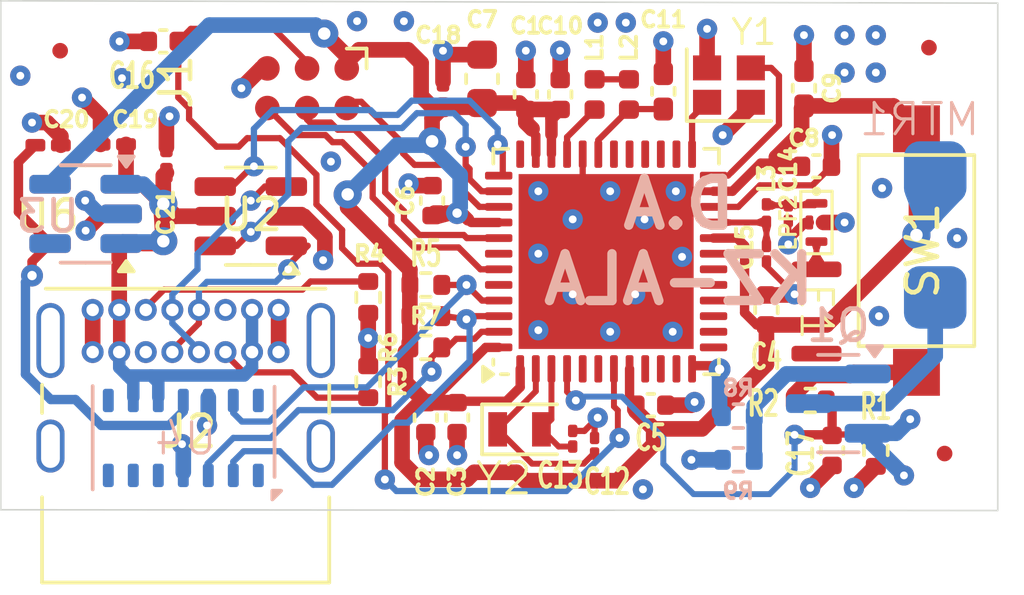
<source format=kicad_pcb>
(kicad_pcb (version 20240108) (generator "pcbnew") (generator_version "8.0")
  (layers (0 "F.Cu" signal) (1 "In1.Cu" signal) (2 "In2.Cu" signal) (31 "B.Cu" signal) (34 "B.Paste" user) (35 "F.Paste" user) (36 "B.SilkS" user "B.Silkscreen") (37 "F.SilkS" user "F.Silkscreen") (38 "B.Mask" user) (39 "F.Mask" user) (44 "Edge.Cuts" user))
  (net 0 "")
  (net 1 "GND")
  (net 2 "Net-(LPF2-IN)")
  (net 3 "Net-(LPF2-OUT)")
  (net 4 "Net-(U1-PB5)")
  (net 5 "+3V3")
  (net 6 "Net-(U1-VFBSMPS)")
  (net 7 "Net-(U1-PC14)")
  (net 8 "Net-(U1-PC15)")
  (net 9 "Net-(U1-PB6)")
  (net 10 "Net-(U1-RF1)")
  (net 11 "/SWD_NRST")
  (net 12 "Net-(U1-PH3)")
  (net 13 "/VBUS")
  (net 14 "+1V8")
  (net 16 "Net-(J2-D--PadA7)")
  (net 18 "Net-(J2-CC1)")
  (net 19 "Net-(J2-CC2)")
  (net 20 "Net-(J2-D+-PadA6)")
  (net 21 "Net-(U1-VLXSMPS)")
  (net 22 "Net-(L1-Pad1)")
  (net 23 "Net-(R2-Pad1)")
  (net 26 "Net-(U1-PB7)")
  (net 27 "/SW_O")
  (net 28 "Net-(U1-OSC_OUT)")
  (net 31 "Net-(U1-OSC_IN)")
  (net 41 "Net-(U1-PA12)")
  (net 43 "Net-(U1-PA11)")
  (net 58 "/SWD_IO")
  (net 59 "/SWD_CLK")
  (net 60 "Net-(MTR1-GND)")
  (net 61 "Net-(Q1-G)")
  (net 62 "Net-(U1-PA3)")
  (footprint "Inductor_SMD:L_01005_0402Metric" (layer "F.Cu") (at 52.1 28.25 -90)
    (property "Reference" "L3")
    (property "Value" "2n7" (hide yes))
  )
  (footprint "Inductor_SMD:L_0402_1005Metric" (layer "F.Cu") (at 46.6 24.45 -90)
    (property "Reference" "L1")
    (property "Value" "10n" (hide yes))
  )
  (footprint "Package_TO_SOT_SMD:SOT-23-5" (layer "F.Cu") (at 30.315013 28.275 180)
    (property "Reference" "U6")
    (property "Value" "TLV70018_SOT23-5" (hide yes))
  )
  (footprint "Capacitor_SMD:C_01005_0402Metric" (layer "F.Cu") (at 46.6 35.7 90)
    (property "Reference" "C12")
    (property "Value" "10p")
  )
  (footprint "Capacitor_SMD:C_0402_1005Metric" (layer "F.Cu") (at 41.2 34.8 -90)
    (property "Reference" "C2")
    (property "Value" "100nF" (hide yes))
  )
  (footprint "Capacitor_SMD:C_0402_1005Metric" (layer "F.Cu") (at 44.4 24.45 90)
    (property "Reference" "C1")
    (property "Value" "100nF" (hide yes))
  )
  (footprint "Resistor_SMD:R_0402_1005Metric" (layer "F.Cu") (at 39.357046 30.95 -90)
    (property "Reference" "R4")
    (property "Value" "5k1" (hide yes))
  )
  (footprint "Fiducial:Fiducial_0.5mm_Mask1.5mm" (layer "F.Cu") (at 29.5 23.05)
    (property "Reference" "FM1" (hide yes))
    (property "Value" "Fiducial")
  )
  (footprint "low_pass_filter:low-pass_filter-footprint" (layer "F.Cu") (at 53.7 28.55 -90)
    (property "Reference" "LPF2")
    (property "Value" "~")
  )
  (footprint "Button_Switch_SMD:SW_SPST_CK_RS282G05A3" (layer "F.Cu") (at 56.9 29.45 -90)
    (property "Reference" "SW1")
    (property "Value" "SW_Push")
  )
  (footprint "Capacitor_SMD:C_0402_1005Metric" (layer "F.Cu") (at 42.2 34.8 -90)
    (property "Reference" "C3")
    (property "Value" "100nF" (hide yes))
  )
  (footprint "Resistor_SMD:R_0402_1005Metric" (layer "F.Cu") (at 41.2 30.55 180)
    (property "Reference" "R5")
    (property "Value" "1k" (hide yes))
  )
  (footprint "Capacitor_SMD:C_0402_1005Metric" (layer "F.Cu") (at 53.7 26.75)
    (property "Reference" "C8")
    (property "Value" "100nF" (hide yes))
  )
  (footprint "Capacitor_SMD:C_0402_1005Metric" (layer "F.Cu") (at 41.4 27.85 90)
    (property "Reference" "C6")
    (property "Value" "100nF" (hide yes))
  )
  (footprint "Capacitor_SMD:C_0402_1005Metric" (layer "F.Cu") (at 54.2 35.85 -90)
    (property "Reference" "C17")
    (property "Value" "100nF" (hide yes))
  )
  (footprint "Resistor_SMD:R_0402_1005Metric" (layer "F.Cu") (at 39.357046 33.65 90)
    (property "Reference" "R3")
    (property "Value" "5k1" (hide yes))
  )
  (footprint "Capacitor_SMD:C_0402_1005Metric" (layer "F.Cu") (at 32.8 22.75 180)
    (property "Reference" "C16")
    (property "Value" "100nF" (hide yes))
  )
  (footprint "Capacitor_SMD:C_0603_1608Metric" (layer "F.Cu") (at 43 23.95 90)
    (property "Reference" "C7")
    (property "Value" "4u7" (hide yes))
  )
  (footprint "Capacitor_SMD:C_01005_0402Metric" (layer "F.Cu") (at 52.1 29.55 -90)
    (property "Reference" "C15")
    (property "Value" "0p3" (hide yes))
  )
  (footprint "Fiducial:Fiducial_0.5mm_Mask1.5mm" (layer "F.Cu") (at 57.3 22.95)
    (property "Reference" "FM2" (hide yes))
    (property "Value" "Fiducial")
  )
  (footprint "Capacitor_SMD:C_0402_1005Metric_Pad0.74x0.62mm_HandSolder" (layer "F.Cu") (at 48.8 24.35 90)
    (property "Reference" "C11")
    (property "Value" "4u7" (hide yes))
  )
  (footprint "Resistor_SMD:R_0402_1005Metric" (layer "F.Cu") (at 53.5 34.25)
    (property "Reference" "R2")
    (property "Value" "100" (hide yes))
  )
  (footprint "Inductor_SMD:L_0402_1005Metric" (layer "F.Cu") (at 47.7 24.45 90)
    (property "Reference" "L2")
    (property "Value" "10u" (hide yes))
  )
  (footprint "Capacitor_SMD:C_01005_0402Metric" (layer "F.Cu") (at 45.9 35.475 90)
    (property "Reference" "C13")
    (property "Value" "10p")
  )
  (footprint "low_pass_filter:32M_Crystal" (layer "F.Cu") (at 50.9 24.15)
    (property "Reference" "Y1")
    (property "Value" "Crystal_GND24")
  )
  (footprint "Capacitor_SMD:C_0402_1005Metric" (layer "F.Cu") (at 45.5 24.45 90)
    (property "Reference" "C10")
    (property "Value" "100nF" (hide yes))
  )
  (footprint "Capacitor_SMD:C_0402_1005Metric_Pad0.74x0.62mm_HandSolder" (layer "F.Cu") (at 53.3 24.25 90)
    (property "Reference" "C9")
    (property "Value" "4u7" (hide yes))
  )
  (footprint "Capacitor_SMD:C_01005_0402Metric" (layer "F.Cu") (at 52.8 28.25 -90)
    (property "Reference" "C14")
    (property "Value" "0p8" (hide yes))
  )
  (footprint "Capacitor_SMD:C_0201_0603Metric_Pad0.64x0.40mm_HandSolder" (layer "F.Cu") (at 29.115013 26.075)
    (property "Reference" "C20")
    (property "Value" "1u" (hide yes))
  )
  (footprint "low_pass_filter:32k_Crystal" (layer "F.Cu") (at 44.2 35.175)
    (property "Reference" "Y2")
    (property "Value" "Crystal")
  )
  (footprint "Capacitor_SMD:C_0201_0603Metric_Pad0.64x0.40mm_HandSolder" (layer "F.Cu") (at 31.2 26.05 180)
    (property "Reference" "C19")
    (property "Value" "4u7" (hide yes))
  )
  (footprint "Connector:Tag-Connect_TC2030-IDC-NL_2x03_P1.27mm_Vertical" (layer "F.Cu") (at 37.4 24.25 180)
    (property "Reference" "J1")
    (property "Value" "Conn_ARM_SWD_TagConnect_TC2030-NL")
  )
  (footprint "Connector_USB:USB_C_Receptacle_GCT_USB4085" (layer "F.Cu") (at 30.540013 31.35)
    (property "Reference" "J2")
    (property "Value" "USB_C_Receptacle_USB2.0_16P" (hide yes))
  )
  (footprint "Fiducial:Fiducial_0.5mm_Mask1.5mm" (layer "F.Cu") (at 57.8 35.95)
    (property "Reference" "FM3" (hide yes))
    (property "Value" "Fiducial")
  )
  (footprint "Capacitor_SMD:C_0402_1005Metric" (layer "F.Cu") (at 52.1 31.35 90)
    (property "Reference" "C4")
    (property "Value" "100nF" (hide yes))
  )
  (footprint "low_pass_filter:antennaa" (layer "F.Cu") (at 53.7 31.4 -90)
    (property "Reference" "E1")
    (property "Value" "2450AT18A0100001E")
  )
  (footprint "Resistor_SMD:R_0402_1005Metric" (layer "F.Cu") (at 55.6 35.85 -90)
    (property "Reference" "R1")
    (property "Value" "5k1" (hide yes))
  )
  (footprint "Resistor_SMD:R_0402_1005Metric" (layer "F.Cu") (at 41.2 31.55 180)
    (property "Reference" "R7")
    (property "Value" "1k" (hide yes))
  )
  (footprint "Capacitor_SMD:C_0402_1005Metric" (layer "F.Cu") (at 48.4 34.4)
    (property "Reference" "C5")
    (property "Value" "100nF" (hide yes))
  )
  (footprint "Capacitor_SMD:C_0201_0603Metric_Pad0.64x0.40mm_HandSolder" (layer "F.Cu") (at 32.9 26.55 90)
    (property "Reference" "C21")
    (property "Value" "1u" (hide yes))
  )
  (footprint "Capacitor_SMD:C_0201_0603Metric_Pad0.64x0.40mm_HandSolder" (layer "F.Cu") (at 41.75 24.45 90)
    (property "Reference" "C18")
    (property "Value" "4u7" (hide yes))
  )
  (footprint "low_pass_filter:stm32wb55" (layer "F.Cu") (at 47.1 29.7 90)
    (property "Reference" "U1" (hide yes))
    (property "Value" "STM32WB55CEUx")
  )
  (footprint "Resistor_SMD:R_0402_1005Metric" (layer "F.Cu") (at 41.2 32.55 180)
    (property "Reference" "R6")
    (property "Value" "1k" (hide yes))
  )
  (footprint "Package_TO_SOT_SMD:SOT-23-6" (layer "F.Cu") (at 35.6 28.35 180)
    (property "Reference" "U2")
    (property "Value" "USBLC6-2SC6" (hide yes))
  )
  (footprint "Resistor_SMD:R_0402_1005Metric" (layer "B.Cu") (at 51.2 34.75)
    (property "Reference" "R8")
    (property "Value" "220")
  )
  (footprint "Resistor_SMD:R_0402_1005Metric" (layer "B.Cu") (at 51.2 36.15)
    (property "Reference" "R9")
    (property "Value" "10k")
  )
  (footprint "low_pass_filter:motor pad" (layer "B.Cu") (at 57.5 28.95 -90)
    (property "Reference" "MTR1")
    (property "Value" "~")
  )
  (footprint "Package_TO_SOT_SMD:SOT-23-5" (layer "B.Cu") (at 30.315013 28.275 180)
    (property "Reference" "U3")
    (property "Value" "MIC5365-3.3YD5" (hide yes))
  )
  (footprint "low_pass_filter:heart_rate_sensor" (layer "B.Cu") (at 33.4 35.55 90)
    (property "Reference" "U4")
    (property "Value" "MAX30102")
  )
  (footprint "Package_TO_SOT_SMD:SOT-23" (layer "B.Cu") (at 54.4 34.35 180)
    (property "Reference" "Q1")
    (property "Value" "AO3400A")
  )
  (gr_line (start 27.6 37.75) (end 27.6 21.45) (stroke (width 0.05)) (layer "Edge.Cuts"))
  (gr_line (start 27.6 21.45) (end 59.5 21.525) (stroke (width 0.05)) (layer "Edge.Cuts"))
  (gr_line (start 59.5 37.775) (end 27.6 37.75) (stroke (width 0.05)) (layer "Edge.Cuts"))
  (gr_line (start 59.5 21.525) (end 59.5 37.775) (stroke (width 0.05)) (layer "Edge.Cuts"))
  (gr_text "D.A\nKZ-ALA" (at 49.3 31.25 0) (layer "B.SilkS") (effects (font (size 1.5 1.5) (thickness 0.3) (bold yes)) (justify bottom mirror)))
  (segment (start 54.2 36.35) (end 53.5 37.05) (width 0.5) (layer "F.Cu") (net 1))
  (segment (start 51.6 24.7) (end 51.6 24.85) (width 0.5) (layer "F.Cu") (net 1))
  (segment (start 32.9 25.25) (end 33 25.15) (width 0.5) (layer "F.Cu") (net 1))
  (segment (start 54.18 25.77) (end 54.2 25.75) (width 0.5) (layer "F.Cu") (net 1))
  (segment (start 29.522513 25.791912) (end 29.522513 26.075) (width 0.5) (layer "F.Cu") (net 1))
  (segment (start 52.98 30.87) (end 53 30.85) (width 0.5) (layer "F.Cu") (net 1))
  (segment (start 52.1 29.8) (end 52.1 29.95) (width 0.19) (layer "F.Cu") (net 1))
  (segment (start 30.7925 25.1425) (end 30.7925 26.05) (width 0.5) (layer "F.Cu") (net 1))
  (segment (start 37.884317 29.727384) (end 37.971145 29.640556) (width 0.5) (layer "F.Cu") (net 1))
  (segment (start 30.315012 28.812374) (end 30.852386 28.275) (width 0.5) (layer "F.Cu") (net 1))
  (segment (start 41.75 24.0425) (end 41.75 23.05) (width 0.5) (layer "F.Cu") (net 1))
  (segment (start 45.5 23.97) (end 45.5 23.05) (width 0.5) (layer "F.Cu") (net 1))
  (segment (start 39.357046 32.25) (end 39.357046 31.703632) (width 0.5) (layer "F.Cu") (net 1))
  (segment (start 46.22 26.3625) (end 46.22 29.05) (width 0.2) (layer "F.Cu") (net 1))
  (segment (start 37.302684 28.35) (end 36.7375 28.35) (width 0.5) (layer "F.Cu") (net 1))
  (segment (start 46.6 35.45) (end 46.6 34.9) (width 0.2) (layer "F.Cu") (net 1))
  (segment (start 43 23.175) (end 41.875 23.175) (width 0.5) (layer "F.Cu") (net 1))
  (segment (start 32.9 26.1425) (end 32.9 25.25) (width 0.5) (layer "F.Cu") (net 1))
  (segment (start 37.913612 29.756679) (end 37.884317 29.727384) (width 0.5) (layer "F.Cu") (net 1))
  (segment (start 54.2 36.33) (end 54.2 36.35) (width 0.5) (layer "F.Cu") (net 1))
  (segment (start 54.18 26.75) (end 54.18 25.77) (width 0.5) (layer "F.Cu") (net 1))
  (segment (start 36.490013 32.7) (end 36.490013 31.35) (width 0.5) (layer "F.Cu") (net 1))
  (segment (start 30.852386 28.275) (end 31.452513 28.275) (width 0.5) (layer "F.Cu") (net 1))
  (segment (start 52.8 29.100001) (end 52.8 29.25) (width 0.3) (layer "F.Cu") (net 1))
  (segment (start 55.6 36.36) (end 55.59 36.36) (width 0.5) (layer "F.Cu") (net 1))
  (segment (start 39.357046 32.25) (end 39.357046 33.14) (width 0.5) (layer "F.Cu") (net 1))
  (segment (start 53.350001 28.55) (end 52.8 29.100001) (width 0.3) (layer "F.Cu") (net 1))
  (segment (start 41.2 35.28) (end 41.2 35.9) (width 0.5) (layer "F.Cu") (net 1))
  (segment (start 52.1 29.95) (end 53 30.85) (width 0.19) (layer "F.Cu") (net 1))
  (segment (start 53.57 27.36) (end 54.18 26.75) (width 0.2) (layer "F.Cu") (net 1))
  (segment (start 45.9 35.225) (end 46.275 35.225) (width 0.2) (layer "F.Cu") (net 1))
  (segment (start 46.275 35.225) (end 46.7 34.8) (width 0.2) (layer "F.Cu") (net 1))
  (segment (start 53.4725 28.55) (end 53.350001 28.55) (width 0.3) (layer "F.Cu") (net 1))
  (segment (start 41.875 23.175) (end 41.75 23.05) (width 0.5) (layer "F.Cu") (net 1))
  (segment (start 44.4 23.97) (end 44.4 23.05) (width 0.5) (layer "F.Cu") (net 1))
  (segment (start 37.971145 29.640556) (end 37.971145 29.018461) (width 0.5) (layer "F.Cu") (net 1))
  (segment (start 50.2 23.6) (end 50.2 22.35) (width 0.5) (layer "F.Cu") (net 1))
  (segment (start 35.935 23.615) (end 35.3 24.25) (width 0.5) (layer "F.Cu") (net 1))
  (segment (start 30.2 24.55) (end 30.7925 25.1425) (width 0.5) (layer "F.Cu") (net 1))
  (segment (start 40.72 27.37) (end 41.4 27.37) (width 0.5) (layer "F.Cu") (net 1))
  (segment (start 50.4075 28.05) (end 51.2 28.05) (width 0.2) (layer "F.Cu") (net 1))
  (segment (start 48.88 34.4) (end 49.7 34.4) (width 0.5) (layer "F.Cu") (net 1))
  (segment (start 46.6 34.9) (end 46.7 34.8) (width 0.2) (layer "F.Cu") (net 1))
  (segment (start 53.3 23.6825) (end 53.3 22.55) (width 0.5) (layer "F.Cu") (net 1))
  (segment (start 28.6 25.35) (end 29.080601 25.35) (width 0.5) (layer "F.Cu") (net 1))
  (segment (start 51.6 24.85) (end 50.7 25.75) (width 0.5) (layer "F.Cu") (net 1))
  (segment (start 53.9275 28.55) (end 54.6 28.55) (width 0.5) (layer "F.Cu") (net 1))
  (segment (start 49.7 34.4) (end 49.8 34.3) (width 0.5) (layer "F.Cu") (net 1))
  (segment (start 48.8 23.7825) (end 48.8 22.75) (width 0.5) (layer "F.Cu") (net 1))
  (segment (start 55.59 36.36) (end 54.9 37.05) (width 0.5) (layer "F.Cu") (net 1))
  (segment (start 51.2 28.05) (end 51.89 27.36) (width 0.2) (layer "F.Cu") (net 1))
  (segment (start 40.65 27.3) (end 40.72 27.37) (width 0.5) (layer "F.Cu") (net 1))
  (segment (start 30.540013 32.7) (end 30.540013 31.35) (width 0.5) (layer "F.Cu") (net 1))
  (segment (start 52.1 30.87) (end 52.98 30.87) (width 0.5) (layer "F.Cu") (net 1))
  (segment (start 41.2 35.9) (end 41.3 36) (width 0.5) (layer "F.Cu") (net 1))
  (segment (start 52.8 28.5) (end 52.8 29.25) (width 0.2) (layer "F.Cu") (net 1))
  (segment (start 46.22 29.05) (end 46.97 29.8) (width 0.2) (layer "F.Cu") (net 1))
  (segment (start 36.13 23.615) (end 35.935 23.615) (width 0.5) (layer "F.Cu") (net 1))
  (segment (start 51.89 27.36) (end 53.57 27.36) (width 0.2) (layer "F.Cu") (net 1))
  (segment (start 48.72 28.05) (end 46.97 29.8) (width 0.19) (layer "F.Cu") (net 1))
  (segment (start 42.2 35.28) (end 42.2 36) (width 0.5) (layer "F.Cu") (net 1))
  (segment (start 32.32 22.75) (end 31.4 22.75) (width 0.5) (layer "F.Cu") (net 1))
  (segment (start 37.971145 29.018461) (end 37.302684 28.35) (width 0.5) (layer "F.Cu") (net 1))
  (segment (start 29.080601 25.35) (end 29.522513 25.791912) (width 0.5) (layer "F.Cu") (net 1))
  (via (at 54.2 25.75) (size 0.65) (drill 0.25) (layers "F.Cu" "B.Cu") (net 1))
  (via (at 29.115013 32.425) (size 0.65) (drill 0.25) (layers "F.Cu" "B.Cu") (net 1))
  (via (at 49.4 29.65) (size 0.65) (drill 0.25) (layers "F.Cu" "B.Cu") (net 1))
  (via (at 47.6 22.15) (size 0.65) (drill 0.25) (layers "F.Cu" "B.Cu") (net 1))
  (via (at 39.357046 32.25) (size 0.65) (drill 0.25) (layers "F.Cu" "B.Cu") (net 1))
  (via (at 48.148008 37.098008) (size 0.65) (drill 0.25) (layers "F.Cu" "B.Cu") (net 1))
  (via (at 33 25.15) (size 0.65) (drill 0.25) (layers "F.Cu" "B.Cu") (net 1))
  (via (at 30.2 24.55) (size 0.65) (drill 0.25) (layers "F.Cu" "B.Cu") (net 1))
  (via (at 53 30.85) (size 0.65) (drill 0.25) (layers "F.Cu" "B.Cu") (net 1))
  (via (at 37.913612 29.756679) (size 0.65) (drill 0.25) (layers "F.Cu" "B.Cu") (net 1))
  (via (at 41.75 23.05) (size 0.65) (drill 0.25) (layers "F.Cu" "B.Cu") (net 1))
  (via (at 55.6 22.55) (size 0.65) (drill 0.25) (layers "F.Cu" "B.Cu") (net 1))
  (via (at 54.6 22.55) (size 0.65) (drill 0.25) (layers "F.Cu" "B.Cu") (net 1))
  (via (at 42.2 36) (size 0.65) (drill 0.25) (layers "F.Cu" "B.Cu") (net 1))
  (via (at 54.6 28.55) (size 0.65) (drill 0.25) (layers "F.Cu" "B.Cu") (net 1))
  (via (at 46.7 34.8) (size 0.65) (drill 0.25) (layers "F.Cu" "B.Cu") (net 1))
  (via (at 52.8 29.25) (size 0.65) (drill 0.25) (layers "F.Cu" "B.Cu") (net 1))
  (via (at 48.2 28.45) (size 0.65) (drill 0.25) (layers "F.Cu" "B.Cu") (net 1))
  (via (at 55.7 31.55) (size 0.65) (drill 0.25) (layers "F.Cu" "B.Cu") (net 1))
  (via (at 28.225 23.85) (size 0.65) (drill 0.25) (layers "F.Cu" "B.Cu") (net 1))
  (via (at 49.2 27.55) (size 0.65) (drill 0.25) (layers "F.Cu" "B.Cu") (net 1))
  (via (at 40.65 27.3) (size 0.65) (drill 0.25) (layers "F.Cu" "B.Cu") (net 1))
  (via (at 55.8 27.45) (size 0.65) (drill 0.25) (layers "F.Cu" "B.Cu") (net 1))
  (via (at 53.3 22.55) (size 0.65) (drill 0.25) (layers "F.Cu" "B.Cu") (net 1))
  (via (at 44.8 32) (size 0.65) (drill 0.25) (layers "F.Cu" "B.Cu") (net 1))
  (via (at 44.4 23.05) (size 0.65) (drill 0.25) (layers "F.Cu" "B.Cu") (net 1))
  (via (at 45.9 28.45) (size 0.65) (drill 0.25) (layers "F.Cu" "B.Cu") (net 1))
  (via (at 38.999878 22.101805) (size 0.65) (drill 0.25) (layers "F.Cu" "B.Cu") (net 1))
  (via (at 54.6 23.75) (size 0.65) (drill 0.25) (layers "F.Cu" "B.Cu") (net 1))
  (via (at 50.2 22.35) (size 0.65) (drill 0.25) (layers "F.Cu" "B.Cu") (net 1))
  (via (at 49.1 32.05) (size 0.65) (drill 0.25) (layers "F.Cu" "B.Cu") (net 1))
  (via (at 50.7 25.75) (size 0.65) (drill 0.25) (layers "F.Cu" "B.Cu") (net 1))
  (via (at 44.8 27.55) (size 0.65) (drill 0.25) (layers "F.Cu" "B.Cu") (net 1))
  (via (at 56.7 34.85) (size 0.65) (drill 0.25) (layers "F.Cu" "B.Cu") (net 1))
  (via (at 58.2 29.05) (size 0.65) (drill 0.25) (layers "F.Cu" "B.Cu") (net 1))
  (via (at 53.5 37.05) (size 0.65) (drill 0.25) (layers "F.Cu" "B.Cu") (net 1))
  (via (at 56.5 36.65) (size 0.65) (drill 0.25) (layers "F.Cu" "B.Cu") (net 1))
  (via (at 34.2 35.05) (size 0.65) (drill 0.25) (layers "F.Cu" "B.Cu") (net 1))
  (via (at 49.7 36.15) (size 0.65) (drill 0.25) (layers "F.Cu" "B.Cu") (net 1))
  (via (at 54.9 37.05) (size 0.65) (drill 0.25) (layers "F.Cu" "B.Cu") (net 1))
  (via (at 31.478248 23.928248) (size 0.65) (drill 0.25) (layers "F.Cu" "B.Cu") (net 1))
  (via (at 47.1 27.55) (size 0.65) (drill 0.25) (layers "F.Cu" "B.Cu") (net 1))
  (via (at 46.7 22.15) (size 0.65) (drill 0.25) (layers "F.Cu" "B.Cu") (net 1))
  (via (at 49.8 34.3) (size 0.65) (drill 0.25) (layers "F.Cu" "B.Cu") (net 1))
  (via (at 45.5 23.05) (size 0.65) (drill 0.25) (layers "F.Cu" "B.Cu") (net 1))
  (via (at 47.1 32.05) (size 0.65) (drill 0.25) (layers "F.Cu" "B.Cu") (net 1))
  (via (at 30.315012 28.812374) (size 0.65) (drill 0.25) (layers "F.Cu" "B.Cu") (net 1))
  (via (at 31.4 22.75) (size 0.65) (drill 0.25) (layers "F.Cu" "B.Cu") (net 1))
  (via (at 33.4 35.65) (size 0.65) (drill 0.25) (layers "F.Cu" "B.Cu") (net 1))
  (via (at 41.3 36) (size 0.65) (drill 0.25) (layers "F.Cu" "B.Cu") (net 1))
  (via (at 40.49987 22.105331) (size 0.65) (drill 0.25) (layers "F.Cu" "B.Cu") (net 1))
  (via (at 55.6 23.75) (size 0.65) (drill 0.25) (layers "F.Cu" "B.Cu") (net 1))
  (via (at 47.9 30.85) (size 0.65) (drill 0.25) (layers "F.Cu" "B.Cu") (net 1))
  (via (at 30.3 27.85) (size 0.65) (drill 0.25) (layers "F.Cu" "B.Cu") (net 1))
  (via (at 45.9 30.85) (size 0.65) (drill 0.25) (layers "F.Cu" "B.Cu") (net 1))
  (via (at 48.8 22.75) (size 0.65) (drill 0.25) (layers "F.Cu" "B.Cu") (net 1))
  (via (at 28.6 25.35) (size 0.65) (drill 0.25) (layers "F.Cu" "B.Cu") (net 1))
  (via (at 44.8 29.55) (size 0.65) (drill 0.25) (layers "F.Cu" "B.Cu") (net 1))
  (via (at 35.3 24.25) (size 0.65) (drill 0.25) (layers "F.Cu" "B.Cu") (net 1))
  (via (at 38.163499 26.601408) (size 0.65) (drill 0.25) (layers "F.Cu" "B.Cu") (net 1))
  (segment (start 55.3375 35.3) (end 55.3375 35.4875) (width 0.5) (layer "B.Cu") (net 1))
  (segment (start 55.3375 35.4875) (end 56.5 36.65) (width 0.5) (layer "B.Cu") (net 1))
  (segment (start 50.69 36.15) (end 49.7 36.15) (width 0.5) (layer "B.Cu") (net 1))
  (segment (start 33.44 36.55) (end 33.44 35.79) (width 0.5) (layer "B.Cu") (net 1))
  (segment (start 33.44 35.79) (end 33.4 35.75) (width 0.5) (layer "B.Cu") (net 1))
  (segment (start 34.24 35.01) (end 34.2 35.05) (width 0.5) (layer "B.Cu") (net 1))
  (segment (start 30.725 28.275) (end 30.3 27.85) (width 0.5) (layer "B.Cu") (net 1))
  (segment (start 34.24 34.15) (end 34.24 35.01) (width 0.5) (layer "B.Cu") (net 1))
  (segment (start 56.25 35.3) (end 56.7 34.85) (width 0.5) (layer "B.Cu") (net 1))
  (segment (start 55.3375 35.3) (end 56.25 35.3) (width 0.5) (layer "B.Cu") (net 1))
  (segment (start 31.452513 28.275) (end 30.725 28.275) (width 0.5) (layer "B.Cu") (net 1))
  (segment (start 53.6375 28) (end 53.7 27.9375) (width 0.19) (layer "F.Cu") (net 2))
  (segment (start 52.8 28) (end 53.6375 28) (width 0.19) (layer "F.Cu") (net 2))
  (segment (start 52.1 28.05) (end 52.15 28) (width 0.19) (layer "F.Cu") (net 2))
  (segment (start 52.15 28) (end 52.8 28) (width 0.19) (layer "F.Cu") (net 2))
  (segment (start 53.7 29.1625) (end 53.7 30.05) (width 0.19) (layer "F.Cu") (net 3))
  (segment (start 42.5 30.55) (end 41.81 30.55) (width 0.2) (layer "F.Cu") (net 4))
  (segment (start 43 31.05) (end 43.5325 31.05) (width 0.2) (layer "F.Cu") (net 4))
  (segment (start 42.6 30.55) (end 42.5 30.55) (width 0.2) (layer "F.Cu") (net 4))
  (segment (start 42.5 30.55) (end 43 31.05) (width 0.2) (layer "F.Cu") (net 4))
  (via (at 42.5 30.55) (size 0.65) (drill 0.25) (layers "F.Cu" "B.Cu") (net 4))
  (segment (start 39.32 33.83) (end 42.6 30.55) (width 0.2) (layer "B.Cu") (net 4))
  (segment (start 37.288628 33.83) (end 39.32 33.83) (width 0.2) (layer "B.Cu") (net 4))
  (segment (start 35.04 34.649986) (end 35.04 34.15) (width 0.2) (layer "B.Cu") (net 4))
  (segment (start 36.193628 34.925) (end 37.288628 33.83) (width 0.2) (layer "B.Cu") (net 4))
  (segment (start 35.315014 34.925) (end 35.04 34.649986) (width 0.2) (layer "B.Cu") (net 4))
  (segment (start 35.315014 34.925) (end 36.193628 34.925) (width 0.2) (layer "B.Cu") (net 4))
  (segment (start 44.195 24.725) (end 44.4 24.93) (width 0.5) (layer "F.Cu") (net 5))
  (segment (start 41.4 25.95) (end 41.4 25.2075) (width 0.5) (layer "F.Cu") (net 5))
  (segment (start 42.925 24.65) (end 43 24.725) (width 0.5) (layer "F.Cu") (net 5))
  (segment (start 41.48 28.25) (end 41.4 28.33) (width 0.5) (layer "F.Cu") (net 5))
  (segment (start 44.72 26.3625) (end 44.72 25.77) (width 0.3) (layer "F.Cu") (net 5))
  (segment (start 40.69 32.55) (end 40.69 31.55) (width 0.5) (layer "F.Cu") (net 5))
  (segment (start 47.33 36.82) (end 48.491734 35.658266) (width 0.5) (layer "F.Cu") (net 5))
  (segment (start 42.8675 24.8575) (end 43 24.725) (width 0.5) (layer "F.Cu") (net 5))
  (segment (start 51.160096 29.05) (end 51.4 29.289904) (width 0.3) (layer "F.Cu") (net 5))
  (segment (start 40.44 34.891734) (end 40.44 36.236016) (width 0.5) (layer "F.Cu") (net 5))
  (segment (start 43.12028 32.55) (end 41.35028 34.32) (width 0.3) (layer "F.Cu") (net 5))
  (segment (start 44.22 33.825674) (end 43.770674 34.275) (width 0.3) (layer "F.Cu") (net 5))
  (segment (start 40.55 32.69) (end 40.69 32.55) (width 0.5) (layer "F.Cu") (net 5))
  (segment (start 40.44 36.236016) (end 40.978984 36.775) (width 0.5) (layer "F.Cu") (net 5))
  (segment (start 38.67 23.22) (end 38.67 23.615) (width 0.5) (layer "F.Cu") (net 5))
  (segment (start 42.245 34.275) (end 42.2 34.32) (width 0.3) (layer "F.Cu") (net 5))
  (segment (start 48.491734 35.658266) (end 48.491734 35.16) (width 0.5) (layer "F.Cu") (net 5))
  (segment (start 47.92 34.4) (end 47.92 34.588266) (width 0.5) (layer "F.Cu") (net 5))
  (segment (start 38.67 23.415) (end 39.063699 23.021301) (width 0.5) (layer "F.Cu") (net 5))
  (segment (start 53.3 24.8175) (end 56.1675 24.8175) (width 0.5) (layer "F.Cu") (net 5))
  (segment (start 52.1 33.096016) (end 50.036016 35.16) (width 0.5) (layer "F.Cu") (net 5))
  (segment (start 44.104254 36.55) (end 44.374254 36.82) (width 0.5) (layer "F.Cu") (net 5))
  (segment (start 44.4 24.93) (end 44.4 25.35) (width 0.5) (layer "F.Cu") (net 5))
  (segment (start 56.1675 24.8175) (end 56.9 25.55) (width 0.5) (layer "F.Cu") (net 5))
  (segment (start 45.22 25.21) (end 45.5 24.93) (width 0.4) (layer "F.Cu") (net 5))
  (segment (start 47.92 34.588266) (end 48.491734 35.16) (width 0.5) (layer "F.Cu") (net 5))
  (segment (start 41.35028 34.32) (end 41.2 34.32) (width 0.3) (layer "F.Cu") (net 5))
  (segment (start 41.4 25.2075) (end 41.75 24.8575) (width 0.5) (layer "F.Cu") (net 5))
  (segment (start 42.746016 36.55) (end 44.104254 36.55) (width 0.5) (layer "F.Cu") (net 5))
  (segment (start 52.42 26.461734) (end 52.42 26.65) (width 0.5) (layer "F.Cu") (net 5))
  (segment (start 43.5325 28.55) (end 42.65061 28.55) (width 0.3) (layer "F.Cu") (net 5))
  (segment (start 53.225 25.656734) (end 52.42 26.461734) (width 0.5) (layer "F.Cu") (net 5))
  (segment (start 56.7 29.15) (end 54.02 31.83) (width 0.5) (layer "F.Cu") (net 5))
  (segment (start 41.2 34.32) (end 42.2 34.32) (width 0.5) (layer "F.Cu") (net 5))
  (segment (start 41.2 34.32) (end 40.55 33.67) (width 0.5) (layer "F.Cu") (net 5))
  (segment (start 51.790001 31.83) (end 52.1 31.83) (width 0.3) (layer "F.Cu") (net 5))
  (segment (start 44.22 33.2375) (end 44.22 33.825674) (width 0.3) (layer "F.Cu") (net 5))
  (segment (start 51.4 29.289904) (end 51.4 31.439999) (width 0.3) (layer "F.Cu") (net 5))
  (segment (start 44.4 24.93) (end 45.5 24.93) (width 0.5) (layer "F.Cu") (net 5))
  (segment (start 44.374254 36.82) (end 47.33 36.82) (width 0.5) (layer "F.Cu") (net 5))
  (segment (start 50.4075 27.55) (end 51.011395 27.55) (width 0.3) (layer "F.Cu") (net 5))
  (segment (start 42.521016 36.775) (end 42.746016 36.55) (width 0.5) (layer "F.Cu") (net 5))
  (segment (start 41.2 34.32) (end 41.011734 34.32) (width 0.5) (layer "F.Cu") (net 5))
  (segment (start 44.72 25.77) (end 44.7 25.75) (width 0.3) (layer "F.Cu") (net 5))
  (segment (start 40.69 30.056212) (end 40.69 30.55) (width 0.5) (layer "F.Cu") (net 5))
  (segment (start 51.011395 27.55) (end 51.911395 26.65) (width 0.3) (layer "F.Cu") (net 5))
  (segment (start 40.55 33.67) (end 40.55 32.69) (width 0.5) (layer "F.Cu") (net 5))
  (segment (start 41.28 34.32) (end 41.2 34.32) (width 0.19) (layer "F.Cu") (net 5))
  (segment (start 41.011734 34.32) (end 40.44 34.891734) (width 0.5) (layer "F.Cu") (net 5))
  (segment (start 42.2 28.25) (end 42.35061 28.25) (width 0.3) (layer "F.Cu") (net 5))
  (segment (start 38.7 28.066212) (end 40.69 30.056212) (width 0.5) (layer "F.Cu") (net 5))
  (segment (start 45.22 26.3625) (end 45.22 25.73) (width 0.3) (layer "F.Cu") (net 5))
  (segment (start 45.22 25.73) (end 45.22 25.21) (width 0.4) (layer "F.Cu") (net 5))
  (segment (start 52.1 31.83) (end 52.1 33.096016) (width 0.5) (layer "F.Cu") (net 5))
  (segment (start 40.625285 23.021301) (end 41.05 23.446016) (width 0.5) (layer "F.Cu") (net 5))
  (segment (start 47.72 34.2) (end 47.92 34.4) (width 0.3) (layer "F.Cu") (net 5))
  (segment (start 41.05 24.5) (end 41.4075 24.8575) (width 0.5) (layer "F.Cu") (net 5))
  (segment (start 38.7 27.65) (end 38.7 28.066212) (width 0.5) (layer "F.Cu") (net 5))
  (segment (start 50.036016 35.16) (end 48.491734 35.16) (width 0.5) (layer "F.Cu") (net 5))
  (segment (start 47.72 33.2375) (end 47.72 34.2) (width 0.3) (layer "F.Cu") (net 5))
  (segment (start 51.4 31.439999) (end 51.790001 31.83) (width 0.3) (layer "F.Cu") (net 5))
  (segment (start 39.063699 23.021301) (end 40.625285 23.021301) (width 0.5) (layer "F.Cu") (net 5))
  (segment (start 52.52 26.75) (end 52.42 26.65) (width 0.5) (layer "F.Cu") (net 5))
  (segment (start 50.4075 29.05) (end 51.160096 29.05) (width 0.3) (layer "F.Cu") (net 5))
  (segment (start 41.75 24.8575) (end 42.8675 24.8575) (width 0.5) (layer "F.Cu") (net 5))
  (segment (start 43.770674 34.275) (end 42.245 34.275) (width 0.3) (layer "F.Cu") (net 5))
  (segment (start 56.9 28.95) (end 56.7 29.15) (width 0.5) (layer "F.Cu") (net 5))
  (segment (start 40.69 31.55) (end 40.69 30.55) (width 0.5) (layer "F.Cu") (net 5))
  (segment (start 47.85 34.33) (end 47.92 34.4) (width 0.2) (layer "F.Cu") (net 5))
  (segment (start 51.911395 26.65) (end 52.42 26.65) (width 0.3) (layer "F.Cu") (net 5))
  (segment (start 54.02 31.83) (end 52.1 31.83) (width 0.5) (layer "F.Cu") (net 5))
  (segment (start 56.9 25.55) (end 56.9 28.95) (width 0.5) (layer "F.Cu") (net 5))
  (segment (start 44.4 25.35) (end 44.6 25.55) (width 0.5) (layer "F.Cu") (net 5))
  (segment (start 53.22 26.75) (end 52.52 26.75) (width 0.5) (layer "F.Cu") (net 5))
  (segment (start 41.05 23.446016) (end 41.05 24.5) (width 0.5) (layer "F.Cu") (net 5))
  (segment (start 41.4075 24.8575) (end 41.75 24.8575) (width 0.5) (layer "F.Cu") (net 5))
  (segment (start 43 24.725) (end 44.195 24.725) (width 0.5) (layer "F.Cu") (net 5))
  (segment (start 53.3 24.8175) (end 53.225 24.8925) (width 0.5) (layer "F.Cu") (net 5))
  (segment (start 43.5325 32.55) (end 43.12028 32.55) (width 0.3) (layer "F.Cu") (net 5))
  (segment (start 42.2 28.25) (end 41.48 28.25) (width 0.5) (layer "F.Cu") (net 5))
  (segment (start 42.35061 28.25) (end 42.55061 28.45) (width 0.4) (layer "F.Cu") (net 5))
  (segment (start 37.95 22.5) (end 38.67 23.22) (width 0.5) (layer "F.Cu") (net 5))
  (segment (start 53.225 24.8925) (end 53.225 25.656734) (width 0.5) (layer "F.Cu") (net 5))
  (segment (start 40.978984 36.775) (end 42.521016 36.775) (width 0.5) (layer "F.Cu") (net 5))
  (via (at 56.9 28.95) (size 0.9) (drill 0.4) (layers "F.Cu" "B.Cu") (net 5))
  (via (at 41.4 25.95) (size 0.9) (drill 0.4) (layers "F.Cu" "B.Cu") (net 5))
  (via (at 37.95 22.5) (size 0.9) (drill 0.4) (layers "F.Cu" "B.Cu") (net 5))
  (via (at 38.7 27.65) (size 0.9) (drill 0.4) (layers "F.Cu" "B.Cu") (net 5))
  (via (at 42.2 28.25) (size 0.7) (drill 0.3) (layers "F.Cu" "B.Cu") (net 5))
  (segment (start 37.6787 22.2287) (end 37.95 22.5) (width 0.5) (layer "B.Cu") (net 5))
  (segment (start 42.2 28.25) (end 42.2 28.15) (width 0.5) (layer "B.Cu") (net 5))
  (segment (start 40.276942 26.073058) (end 38.7 27.65) (width 0.5) (layer "B.Cu") (net 5))
  (segment (start 42.2 28.15) (end 42.3 28.05) (width 0.5) (layer "B.Cu") (net 5))
  (segment (start 41.4 25.95) (end 41.276942 26.073058) (width 0.5) (layer "B.Cu") (net 5))
  (segment (start 29.177513 27.325) (end 34.273813 22.2287) (width 0.5) (layer "B.Cu") (net 5))
  (segment (start 34.273813 22.2287) (end 37.6787 22.2287) (width 0.5) (layer "B.Cu") (net 5))
  (segment (start 57.5 26.95) (end 57.5 28.35) (width 0.5) (layer "B.Cu") (net 5))
  (segment (start 57.5 28.35) (end 56.9 28.95) (width 0.5) (layer "B.Cu") (net 5))
  (segment (start 41.4 26.146016) (end 41.4 25.95) (width 0.5) (layer "B.Cu") (net 5))
  (segment (start 38.7 27.65) (end 38.8 27.55) (width 0.5) (layer "B.Cu") (net 5))
  (segment (start 42.3 27.025) (end 42.278984 27.025) (width 0.5) (layer "B.Cu") (net 5))
  (segment (start 41.276942 26.073058) (end 40.276942 26.073058) (width 0.5) (layer "B.Cu") (net 5))
  (segment (start 42.3 28.05) (end 42.3 27.025) (width 0.5) (layer "B.Cu") (net 5))
  (segment (start 42.1 28.25) (end 42.2 28.25) (width 0.5) (layer "B.Cu") (net 5))
  (segment (start 42.278984 27.025) (end 41.4 26.146016) (width 0.5) (layer "B.Cu") (net 5))
  (segment (start 47.695614 24.935) (end 47.7 24.935) (width 0.2) (layer "F.Cu") (net 6))
  (segment (start 46.72 26.3625) (end 46.72 25.910614) (width 0.2) (layer "F.Cu") (net 6))
  (segment (start 48.8 24.9175) (end 47.7175 24.9175) (width 0.2) (layer "F.Cu") (net 6))
  (segment (start 47.7175 24.9175) (end 47.7 24.935) (width 0.2) (layer "F.Cu") (net 6))
  (segment (start 46.72 25.910614) (end 47.695614 24.935) (width 0.2) (layer "F.Cu") (net 6))
  (segment (start 46.574999 35.95) (end 46.249999 36.275) (width 0.19) (layer "F.Cu") (net 7))
  (segment (start 46.6 35.95) (end 46.574999 35.95) (width 0.19) (layer "F.Cu") (net 7))
  (segment (start 44.72 33.955) (end 44.72 33.2375) (width 0.19) (layer "F.Cu") (net 7))
  (segment (start 43.5 35.175) (end 44.72 33.955) (width 0.19) (layer "F.Cu") (net 7))
  (segment (start 44.6 36.275) (end 43.5 35.175) (width 0.19) (layer "F.Cu") (net 7))
  (segment (start 46.249999 36.275) (end 44.6 36.275) (width 0.19) (layer "F.Cu") (net 7))
  (segment (start 45.45 35.725) (end 45.9 35.725) (width 0.19) (layer "F.Cu") (net 8))
  (segment (start 45.22 34.855) (end 44.9 35.175) (width 0.19) (layer "F.Cu") (net 8))
  (segment (start 45.22 33.2375) (end 45.22 34.855) (width 0.19) (layer "F.Cu") (net 8))
  (segment (start 44.9 35.175) (end 45.45 35.725) (width 0.19) (layer "F.Cu") (net 8))
  (segment (start 42.6 31.55) (end 43.5325 31.55) (width 0.2) (layer "F.Cu") (net 9))
  (segment (start 42.5 31.65) (end 41.81 31.55) (width 0.2) (layer "F.Cu") (net 9))
  (segment (start 42.5 31.65) (end 42.6 31.55) (width 0.2) (layer "F.Cu") (net 9))
  (via (at 42.5 31.65) (size 0.65) (drill 0.25) (layers "F.Cu" "B.Cu") (net 9))
  (segment (start 35.04 36.21) (end 35.04 36.55) (width 0.2) (layer "B.Cu") (net 9))
  (segment (start 38.2 36.95) (end 37.6 36.95) (width 0.2) (layer "B.Cu") (net 9))
  (segment (start 36.525 35.875) (end 35.375 35.875) (width 0.2) (layer "B.Cu") (net 9))
  (segment (start 35.375 35.875) (end 35.04 36.21) (width 0.2) (layer "B.Cu") (net 9))
  (segment (start 37.6 36.95) (end 36.525 35.875) (width 0.2) (layer "B.Cu") (net 9))
  (segment (start 35.015013 36.65) (end 35.015013 36.524568) (width 0.2) (layer "B.Cu") (net 9))
  (segment (start 40.628528 34.96) (end 40.19 34.96) (width 0.2) (layer "B.Cu") (net 9))
  (segment (start 42.6 31.55) (end 42.6 32.988528) (width 0.2) (layer "B.Cu") (net 9))
  (segment (start 40.19 34.96) (end 38.2 36.95) (width 0.2) (layer "B.Cu") (net 9))
  (segment (start 42.6 32.988528) (end 40.628528 34.96) (width 0.2) (layer "B.Cu") (net 9))
  (segment (start 52.08 28.55) (end 52.1 28.53) (width 0.19) (layer "F.Cu") (net 10))
  (segment (start 50.4075 28.55) (end 52.08 28.55) (width 0.19) (layer "F.Cu") (net 10))
  (segment (start 52.1 28.53) (end 52.1 29.3) (width 0.19) (layer "F.Cu") (net 10))
  (segment (start 34.505723 26.1213) (end 33.625 25.240577) (width 0.2) (layer "F.Cu") (net 11))
  (segment (start 40 30.14403) (end 39.72597 29.87) (width 0.2) (layer "F.Cu") (net 11))
  (segment (start 40 34.553917) (end 40 30.14403) (width 0.2) (layer "F.Cu") (net 11))
  (segment (start 38.521145 29.371145) (end 38.521145 28.790643) (width 0.2) (layer "F.Cu") (net 11))
  (segment (start 33.625 24.891116) (end 33.28 24.546116) (width 0.2) (layer "F.Cu") (net 11))
  (segment (start 37.7 27.969498) (end 37.7 27.020686) (width 0.2) (layer "F.Cu") (net 11))
  (segment (start 47.345 34.568187) (end 47.345 35.395) (width 0.19) (layer "F.Cu") (net 11))
  (segment (start 47.345 35.395) (end 47.4 35.45) (width 0.19) (layer "F.Cu") (net 11))
  (segment (start 39.89 36.782032) (end 39.89 34.663917) (width 0.2) (layer "F.Cu") (net 11))
  (segment (start 33.625 25.240577) (end 33.625 24.891116) (width 0.2) (layer "F.Cu") (net 11))
  (segment (start 37.7 27.020686) (end 36.529314 25.85) (width 0.2) (layer "F.Cu") (net 11))
  (segment (start 36.529314 25.85) (end 35.485577 25.85) (width 0.2) (layer "F.Cu") (net 11))
  (segment (start 47.4 35.45) (end 47.325 35.375) (width 0.2) (layer "F.Cu") (net 11))
  (segment (start 35.214277 26.1213) (end 34.505723 26.1213) (width 0.2) (layer "F.Cu") (net 11))
  (segment (start 35.485577 25.85) (end 35.214277 26.1213) (width 0.2) (layer "F.Cu") (net 11))
  (segment (start 37.4 23.415) (end 36.335 22.35) (width 0.2) (layer "F.Cu") (net 11))
  (segment (start 38.521145 28.790643) (end 37.7 27.969498) (width 0.2) (layer "F.Cu") (net 11))
  (segment (start 33.28 24.546116) (end 33.28 22.75) (width 0.2) (layer "F.Cu") (net 11))
  (segment (start 39.02 29.87) (end 38.521145 29.371145) (width 0.2) (layer "F.Cu") (net 11))
  (segment (start 39.89 34.663917) (end 40 34.553917) (width 0.2) (layer "F.Cu") (net 11))
  (segment (start 33.68 22.35) (end 33.28 22.75) (width 0.2) (layer "F.Cu") (net 11))
  (segment (start 47.22 33.2375) (end 47.22 34.443187) (width 0.19) (layer "F.Cu") (net 11))
  (segment (start 47.22 34.443187) (end 47.345 34.568187) (width 0.19) (layer "F.Cu") (net 11))
  (segment (start 36.335 22.35) (end 33.68 22.35) (width 0.2) (layer "F.Cu") (net 11))
  (segment (start 39.72597 29.87) (end 39.02 29.87) (width 0.2) (layer "F.Cu") (net 11))
  (via (at 47.4 35.45) (size 0.65) (drill 0.25) (layers "F.Cu" "B.Cu") (net 11))
  (via (at 39.89 36.782032) (size 0.65) (drill 0.25) (layers "F.Cu" "B.Cu") (net 11))
  (segment (start 47.4 35.45) (end 47.3 35.55) (width 0.2) (layer "B.Cu") (net 11))
  (segment (start 40.257968 37.15) (end 45.7 37.15) (width 0.2) (layer "B.Cu") (net 11))
  (segment (start 45.7 37.15) (end 47.4 35.45) (width 0.2) (layer "B.Cu") (net 11))
  (segment (start 39.89 36.782032) (end 40.257968 37.15) (width 0.2) (layer "B.Cu") (net 11))
  (segment (start 46 34.25) (end 45.72 33.97) (width 0.19) (layer "F.Cu") (net 12))
  (segment (start 54.2 34.44) (end 54.01 34.25) (width 0.3) (layer "F.Cu") (net 12))
  (segment (start 45.72 33.97) (end 45.72 33.2375) (width 0.19) (layer "F.Cu") (net 12))
  (segment (start 54.18 35.35) (end 54.2 35.37) (width 0.3) (layer "F.Cu") (net 12))
  (segment (start 54.23 35.34) (end 54.2 35.37) (width 0.2) (layer "F.Cu") (net 12))
  (segment (start 54.2 35.37) (end 54.2 34.44) (width 0.3) (layer "F.Cu") (net 12))
  (segment (start 53 35.35) (end 54.18 35.35) (width 0.3) (layer "F.Cu") (net 12))
  (segment (start 55.6 35.34) (end 54.23 35.34) (width 0.2) (layer "F.Cu") (net 12))
  (via (at 53 35.35) (size 0.65) (drill 0.25) (layers "F.Cu" "B.Cu") (net 12))
  (via (at 46 34.25) (size 0.65) (drill 0.25) (layers "F.Cu" "B.Cu") (net 12))
  (segment (start 48.8 35.45) (end 47.475862 34.125862) (width 0.19) (layer "B.Cu") (net 12))
  (segment (start 47.475862 34.125862) (end 46.124138 34.125862) (width 0.19) (layer "B.Cu") (net 12))
  (segment (start 53 35.3) (end 53 35.35) (width 0.19) (layer "B.Cu") (net 12))
  (segment (start 46.124138 34.125862) (end 46 34.25) (width 0.19) (layer "B.Cu") (net 12))
  (segment (start 49.768428 37.25) (end 48.8 36.281572) (width 0.19) (layer "B.Cu") (net 12))
  (segment (start 53 36.45) (end 52.2 37.25) (width 0.19) (layer "B.Cu") (net 12))
  (segment (start 52.2 37.25) (end 49.768428 37.25) (width 0.19) (layer "B.Cu") (net 12))
  (segment (start 46 34.25) (end 46 34.1) (width 0.19) (layer "B.Cu") (net 12))
  (segment (start 53 35.35) (end 53.05 35.35) (width 0.19) (layer "B.Cu") (net 12))
  (segment (start 53 36.05) (end 53 35.35) (width 0.2) (layer "B.Cu") (net 12))
  (segment (start 48.8 36.281572) (end 48.8 35.45) (width 0.19) (layer "B.Cu") (net 12))
  (segment (start 53.05 35.35) (end 53 35.3) (width 0.19) (layer "B.Cu") (net 12))
  (segment (start 53 36.05) (end 53 36.45) (width 0.19) (layer "B.Cu") (net 12))
  (segment (start 32.715013 29.175) (end 32.717697 29.177684) (width 0.5) (layer "F.Cu") (net 13))
  (segment (start 32.8 29.15) (end 32.717697 29.172316) (width 0.5) (layer "F.Cu") (net 13))
  (segment (start 32.717697 27.890184) (end 32.725381 27.8825) (width 0.5) (layer "F.Cu") (net 13))
  (segment (start 31.390013 31.35) (end 31.390013 29.2875) (width 0.5) (layer "F.Cu") (net 13))
  (segment (start 32.8 27.95) (end 32.8675 27.8825) (width 0.5) (layer "F.Cu") (net 13))
  (segment (start 31.6075 27.170013) (end 31.452513 27.325) (width 0.5) (layer "F.Cu") (net 13))
  (segment (start 33.2 28.35) (end 32.8 27.95) (width 0.5) (layer "F.Cu") (net 13))
  (segment (start 32.725381 27.8825) (end 32.7325 27.8825) (width 0.5) (layer "F.Cu") (net 13))
  (segment (start 31.390013 29.2875) (end 31.452513 29.225) (width 0.5) (layer "F.Cu") (net 13))
  (segment (start 32.8 27.0575) (end 32.9 26.9575) (width 0.5) (layer "F.Cu") (net 13))
  (segment (start 32.7325 27.8825) (end 32.8 27.95) (width 0.5) (layer "F.Cu") (net 13))
  (segment (start 34.4625 28.35) (end 33.2 28.35) (width 0.5) (layer "F.Cu") (net 13))
  (segment (start 32.8 27.95) (end 32.8 27.0575) (width 0.5) (layer "F.Cu") (net 13))
  (segment (start 32.152513 29.225) (end 32.717697 29.225) (width 0.5) (layer "F.Cu") (net 13))
  (segment (start 31.390013 32.7) (end 31.390013 31.35) (width 0.4) (layer "F.Cu") (net 13))
  (segment (start 32.702513 27.875) (end 32.715013 27.875) (width 0.5) (layer "F.Cu") (net 13))
  (segment (start 32.715013 27.8875) (end 32.717697 27.890184) (width 0.5) (layer "F.Cu") (net 13))
  (segment (start 31.6075 26.05) (end 31.6075 27.170013) (width 0.5) (layer "F.Cu") (net 13))
  (segment (start 32.717697 27.890184) (end 32.8 29.15) (width 0.5) (layer "F.Cu") (net 13))
  (segment (start 32.715013 27.875) (end 32.715013 27.8875) (width 0.5) (layer "F.Cu") (net 13))
  (segment (start 32.152513 27.325) (end 32.702513 27.875) (width 0.5) (layer "F.Cu") (net 13))
  (segment (start 32.717697 29.172316) (end 32.715013 29.175) (width 0.5) (layer "F.Cu") (net 13))
  (segment (start 32.717697 29.177684) (end 32.717697 29.225) (width 0.5) (layer "F.Cu") (net 13))
  (via (at 32.8 29.15) (size 0.9) (drill 0.4) (layers "F.Cu" "B.Cu") (net 13))
  (via (at 32.8 27.95) (size 0.9) (drill 0.4) (layers "F.Cu" "B.Cu") (net 13))
  (segment (start 32.165013 27.325) (end 31.452513 27.325) (width 0.5) (layer "B.Cu") (net 13))
  (segment (start 32.64 34.15) (end 32.64 33.674987) (width 0.4) (layer "B.Cu") (net 13))
  (segment (start 32.415013 33.45) (end 31.645039 33.45) (width 0.4) (layer "B.Cu") (net 13))
  (segment (start 31.84 34.15) (end 31.84 33.644961) (width 0.4) (layer "B.Cu") (net 13))
  (segment (start 32.715013 27.875) (end 32.165013 27.325) (width 0.5) (layer "B.Cu") (net 13))
  (segment (start 35.640013 32.7) (end 35.640013 33.194974) (width 0.4) (layer "B.Cu") (net 13))
  (segment (start 32.64 33.674987) (end 32.415013 33.45) (width 0.4) (layer "B.Cu") (net 13))
  (segment (start 31.390013 33.194974) (end 31.390013 32.7) (width 0.4) (layer "B.Cu") (net 13))
  (segment (start 32.715013 29.175) (end 31.502513 29.175) (width 0.5) (layer "B.Cu") (net 13))
  (segment (start 35.640013 31.35) (end 35.640013 32.7) (width 0.4) (layer "B.Cu") (net 13))
  (segment (start 35.384987 33.45) (end 32.415013 33.45) (width 0.4) (layer "B.Cu") (net 13))
  (segment (start 31.84 33.644961) (end 31.645039 33.45) (width 0.4) (layer "B.Cu") (net 13))
  (segment (start 31.502513 29.175) (end 31.452513 29.225) (width 0.5) (layer "B.Cu") (net 13))
  (segment (start 31.645039 33.45) (end 31.390013 33.194974) (width 0.4) (layer "B.Cu") (net 13))
  (segment (start 35.640013 33.194974) (end 35.384987 33.45) (width 0.4) (layer "B.Cu") (net 13))
  (segment (start 28.6 29.802513) (end 29.177513 29.225) (width 0.3) (layer "F.Cu") (net 14))
  (segment (start 28.6 30.25) (end 28.6 29.802513) (width 0.3) (layer "F.Cu") (net 14))
  (segment (start 28.165013 28.2125) (end 29.177513 29.225) (width 0.3) (layer "F.Cu") (net 14))
  (segment (start 28.707513 26.075) (end 28.165013 26.6175) (width 0.3) (layer "F.Cu") (net 14))
  (segment (start 28.165013 26.6175) (end 28.165013 28.2125) (width 0.3) (layer "F.Cu") (net 14))
  (via (at 28.6 30.25) (size 0.7) (drill 0.3) (layers "F.Cu" "B.Cu") (net 14))
  (segment (start 28.390013 30.459987) (end 28.390013 33.411371) (width 0.3) (layer "B.Cu") (net 14))
  (segment (start 28.390013 33.411371) (end 29.199786 34.221144) (width 0.3) (layer "B.Cu") (net 14))
  (segment (start 29.990013 34.221144) (end 30.818869 35.05) (width 0.3) (layer "B.Cu") (net 14))
  (segment (start 29.199786 34.221144) (end 29.990013 34.221144) (width 0.3) (layer "B.Cu") (net 14))
  (segment (start 30.818869 35.05) (end 32.990012 35.05) (width 0.3) (layer "B.Cu") (net 14))
  (segment (start 32.990012 35.05) (end 33.44 34.600012) (width 0.3) (layer "B.Cu") (net 14))
  (segment (start 33.44 34.600012) (end 33.44 34.15) (width 0.3) (layer "B.Cu") (net 14))
  (segment (start 28.6 30.25) (end 28.390013 30.459987) (width 0.3) (layer "B.Cu") (net 14))
  (segment (start 33.090013 32.630761) (end 33.090013 32.7) (width 0.2) (layer "F.Cu") (net 16))
  (segment (start 36.8 30.05) (end 36.8 29.914777) (width 0.2) (layer "F.Cu") (net 16))
  (segment (start 33.940013 31.35) (end 33.940013 31.780761) (width 0.2) (layer "F.Cu") (net 16))
  (segment (start 36.8 29.914777) (end 37.421145 29.293632) (width 0.2) (layer "F.Cu") (net 16))
  (segment (start 33.940013 31.780761) (end 33.090013 32.630761) (width 0.2) (layer "F.Cu") (net 16))
  (via (at 36.8 30.05) (size 0.65) (drill 0.25) (layers "F.Cu" "B.Cu") (net 16))
  (segment (start 34.2 30.45) (end 33.940013 30.709987) (width 0.2) (layer "B.Cu") (net 16))
  (segment (start 33.940013 30.709987) (end 33.940013 31.35) (width 0.2) (layer "B.Cu") (net 16))
  (segment (start 36.8 30.05) (end 36.4 30.45) (width 0.2) (layer "B.Cu") (net 16))
  (segment (start 36.4 30.45) (end 34.2 30.45) (width 0.2) (layer "B.Cu") (net 16))
  (segment (start 32.240013 31.280761) (end 32.240013 31.35) (width 0.2) (layer "F.Cu") (net 18))
  (segment (start 32.820774 30.7) (end 32.240013 31.280761) (width 0.2) (layer "F.Cu") (net 18))
  (segment (start 37.51 30.44) (end 37.25 30.7) (width 0.2) (layer "F.Cu") (net 18))
  (segment (start 39.357046 30.44) (end 37.51 30.44) (width 0.2) (layer "F.Cu") (net 18))
  (segment (start 37.25 30.7) (end 32.820774 30.7) (width 0.2) (layer "F.Cu") (net 18))
  (segment (start 37.719252 34.16) (end 39.357046 34.16) (width 0.2) (layer "F.Cu") (net 19))
  (segment (start 35.370774 33.35) (end 34.790013 32.769239) (width 0.2) (layer "F.Cu") (net 19))
  (segment (start 34.790013 32.769239) (end 34.790013 32.7) (width 0.2) (layer "F.Cu") (net 19))
  (segment (start 36.909252 33.35) (end 37.719252 34.16) (width 0.2) (layer "F.Cu") (net 19))
  (segment (start 36.909252 33.35) (end 35.370774 33.35) (width 0.2) (layer "F.Cu") (net 19))
  (segment (start 35.6 27.85) (end 35.7 27.75) (width 0.2) (layer "F.Cu") (net 20))
  (segment (start 36.7375 27.4) (end 36.05 27.4) (width 0.2) (layer "F.Cu") (net 20))
  (segment (start 36.05 27.4) (end 35.6 27.85) (width 0.2) (layer "F.Cu") (net 20))
  (via (at 35.6 27.85) (size 0.65) (drill 0.25) (layers "F.Cu" "B.Cu") (net 20))
  (segment (start 33.090013 30.855026) (end 33.090013 31.35) (width 0.2) (layer "B.Cu") (net 20))
  (segment (start 33.090013 31.780761) (end 33.940013 32.630761) (width 0.2) (layer "B.Cu") (net 20))
  (segment (start 33.895039 30.05) (end 33.895039 29.554961) (width 0.2) (layer "B.Cu") (net 20))
  (segment (start 33.940013 32.630761) (end 33.940013 32.7) (width 0.2) (layer "B.Cu") (net 20))
  (segment (start 33.090013 31.35) (end 33.090013 31.780761) (width 0.2) (layer "B.Cu") (net 20))
  (segment (start 33.895039 29.554961) (end 35.6 27.85) (width 0.2) (layer "B.Cu") (net 20))
  (segment (start 33.895039 30.05) (end 33.090013 30.855026) (width 0.2) (layer "B.Cu") (net 20))
  (segment (start 46.6 24.935) (end 45.72 25.815) (width 0.2) (layer "F.Cu") (net 21))
  (segment (start 45.72 25.815) (end 45.72 26.3625) (width 0.2) (layer "F.Cu") (net 21))
  (segment (start 46.6 23.965) (end 47.7 23.965) (width 0.2) (layer "F.Cu") (net 22))
  (segment (start 53.6 33.45) (end 52.99 34.06) (width 0.5) (layer "F.Cu") (net 23))
  (segment (start 52.99 34.06) (end 52.99 34.25) (width 0.5) (layer "F.Cu") (net 23))
  (segment (start 56.9 33.35) (end 54.89 33.35) (width 0.5) (layer "F.Cu") (net 23))
  (segment (start 54.79 33.45) (end 53.6 33.45) (width 0.5) (layer "F.Cu") (net 23))
  (segment (start 54.89 33.35) (end 54.79 33.45) (width 0.5) (layer "F.Cu") (net 23))
  (segment (start 41.9 32.55) (end 42.175 32.275) (width 0.2) (layer "F.Cu") (net 26))
  (segment (start 42.983884 32.05) (end 43.5325 32.05) (width 0.2) (layer "F.Cu") (net 26))
  (segment (start 41.71 32.55) (end 41.9 32.55) (width 0.2) (layer "F.Cu") (net 26))
  (segment (start 41.381581 32.878419) (end 41.71 32.55) (width 0.2) (layer "F.Cu") (net 26))
  (segment (start 41.381581 33.323063) (end 41.381581 32.878419) (width 0.2) (layer "F.Cu") (net 26))
  (segment (start 41.381581 33.323063) (end 41.381581 33.358419) (width 0.2) (layer "F.Cu") (net 26))
  (segment (start 42.758884 32.275) (end 42.983884 32.05) (width 0.2) (layer "F.Cu") (net 26))
  (segment (start 41.381581 33.358419) (end 41.340331 33.399669) (width 0.2) (layer "F.Cu") (net 26))
  (segment (start 42.175 32.275) (end 42.758884 32.275) (width 0.2) (layer "F.Cu") (net 26))
  (via (at 41.381581 33.323063) (size 0.65) (drill 0.25) (layers "F.Cu" "B.Cu") (net 26))
  (segment (start 35.040014 35.45) (end 36.234314 35.45) (width 0.2) (layer "B.Cu") (net 26))
  (segment (start 36.234314 35.45) (end 37.124314 34.56) (width 0.2) (layer "B.Cu") (net 26))
  (segment (start 40.144644 34.56) (end 41.381581 33.323063) (width 0.2) (layer "B.Cu") (net 26))
  (segment (start 34.24 36.55) (end 34.24 36.250014) (width 0.2) (layer "B.Cu") (net 26))
  (segment (start 37.124314 34.56) (end 40.144644 34.56) (width 0.2) (layer "B.Cu") (net 26))
  (segment (start 34.24 36.250014) (end 35.040014 35.45) (width 0.2) (layer "B.Cu") (net 26))
  (segment (start 34.215013 36.275001) (end 34.215013 36.65) (width 0.2) (layer "B.Cu") (net 26))
  (segment (start 40.1 28.35) (end 40.1 28.615686) (width 0.2) (layer "F.Cu") (net 27))
  (segment (start 39.5 26.95) (end 39.5 27.75) (width 0.2) (layer "F.Cu") (net 27))
  (segment (start 42.948529 30.05) (end 43.5325 30.05) (width 0.2) (layer "F.Cu") (net 27))
  (segment (start 38.216974 25.9787) (end 38.5287 25.9787) (width 0.2) (layer "F.Cu") (net 27))
  (segment (start 39.5 27.75) (end 40.1 28.35) (width 0.2) (layer "F.Cu") (net 27))
  (segment (start 42.248529 29.35) (end 42.948529 30.05) (width 0.2) (layer "F.Cu") (net 27))
  (segment (start 36.995 25.75) (end 37.988274 25.75) (width 0.2) (layer "F.Cu") (net 27))
  (segment (start 38.5287 25.9787) (end 39.5 26.95) (width 0.2) (layer "F.Cu") (net 27))
  (segment (start 37.988274 25.75) (end 38.216974 25.9787) (width 0.2) (layer "F.Cu") (net 27))
  (segment (start 40.834314 29.35) (end 42.248529 29.35) (width 0.2) (layer "F.Cu") (net 27))
  (segment (start 36.13 24.885) (end 36.995 25.75) (width 0.2) (layer "F.Cu") (net 27))
  (segment (start 40.1 28.615686) (end 40.834314 29.35) (width 0.2) (layer "F.Cu") (net 27))
  (segment (start 51.6 23.6) (end 52.25 23.6) (width 0.2) (layer "F.Cu") (net 28))
  (segment (start 52.5 25.424999) (end 50.974999 26.95) (width 0.2) (layer "F.Cu") (net 28))
  (segment (start 52.25 23.6) (end 52.5 23.85) (width 0.2) (layer "F.Cu") (net 28))
  (segment (start 50.974999 26.95) (end 50.874999 27.05) (width 0.19) (layer "F.Cu") (net 28))
  (segment (start 50.874999 27.05) (end 50.4075 27.05) (width 0.19) (layer "F.Cu") (net 28))
  (segment (start 52.5 23.85) (end 52.5 25.424999) (width 0.2) (layer "F.Cu") (net 28))
  (segment (start 50.2 24.7) (end 49.72 25.18) (width 0.2) (layer "F.Cu") (net 31))
  (segment (start 49.72 25.18) (end 49.72 26.3625) (width 0.2) (layer "F.Cu") (net 31))
  (segment (start 35.15 29.3) (end 34.4625 29.3) (width 0.2) (layer "F.Cu") (net 41))
  (segment (start 42.984315 27.55) (end 43.5325 27.55) (width 0.2) (layer "F.Cu") (net 41))
  (segment (start 35.6 28.85) (end 35.15 29.3) (width 0.2) (layer "F.Cu") (net 41))
  (segment (start 42.6 27.165685) (end 42.984315 27.55) (width 0.2) (layer "F.Cu") (net 41))
  (segment (start 42.6 26.834314) (end 42.6 27.165685) (width 0.2) (layer "F.Cu") (net 41))
  (segment (start 42.475 26.125) (end 42.475 26.709314) (width 0.2) (layer "F.Cu") (net 41))
  (segment (start 42.475 26.709314) (end 42.6 26.834314) (width 0.2) (layer "F.Cu") (net 41))
  (via (at 42.475 26.125) (size 0.65) (drill 0.25) (layers "F.Cu" "B.Cu") (net 41))
  (via (at 35.6 28.85) (size 0.65) (drill 0.25) (layers "F.Cu" "B.Cu") (net 41))
  (segment (start 42.1 25.05) (end 40.915263 25.05) (width 0.2) (layer "B.Cu") (net 41))
  (segment (start 37.226942 25.523058) (end 36.8 25.95) (width 0.2) (layer "B.Cu") (net 41))
  (segment (start 36.8 25.95) (end 36.8 27.65) (width 0.2) (layer "B.Cu") (net 41))
  (segment (start 36.8 27.65) (end 35.6 28.85) (width 0.2) (layer "B.Cu") (net 41))
  (segment (start 40.915263 25.05) (end 40.442205 25.523058) (width 0.2) (layer "B.Cu") (net 41))
  (segment (start 42.475 26.125) (end 42.475 25.425) (width 0.2) (layer "B.Cu") (net 41))
  (segment (start 40.442205 25.523058) (end 37.226942 25.523058) (width 0.2) (layer "B.Cu") (net 41))
  (segment (start 35.7 28.75) (end 35.6 28.85) (width 0.2) (layer "B.Cu") (net 41))
  (segment (start 42.475 25.425) (end 42.1 25.05) (width 0.2) (layer "B.Cu") (net 41))
  (segment (start 43.6625 26.3125) (end 43.6625 26.95) (width 0.2) (layer "F.Cu") (net 43))
  (segment (start 43.5 26.15) (end 43.6625 26.3125) (width 0.2) (layer "F.Cu") (net 43))
  (segment (start 35.7 26.75) (end 35.652513 26.75) (width 0.2) (layer "F.Cu") (net 43))
  (segment (start 35.652513 26.75) (end 35.077513 27.325) (width 0.2) (layer "F.Cu") (net 43))
  (via (at 35.7 26.75) (size 0.65) (drill 0.25) (layers "F.Cu" "B.Cu") (net 43))
  (via (at 43.5 26.05) (size 0.65) (drill 0.25) (layers "F.Cu" "B.Cu") (net 43))
  (segment (start 40.294277 25.1053) (end 40.749577 24.65) (width 0.2) (layer "B.Cu") (net 43))
  (segment (start 36.3 24.95) (end 39.430423 24.95) (width 0.2) (layer "B.Cu") (net 43))
  (segment (start 43.5 25.55) (end 43.5 26.05) (width 0.2) (layer "B.Cu") (net 43))
  (segment (start 43.5 26.15) (end 43.5 26.05) (width 0.2) (layer "B.Cu") (net 43))
  (segment (start 42.6 24.65) (end 43.5 25.55) (width 0.2) (layer "B.Cu") (net 43))
  (segment (start 39.585723 25.1053) (end 40.294277 25.1053) (width 0.2) (layer "B.Cu") (net 43))
  (segment (start 39.430423 24.95) (end 39.585723 25.1053) (width 0.2) (layer "B.Cu") (net 43))
  (segment (start 35.7 26.75) (end 35.7 25.55) (width 0.2) (layer "B.Cu") (net 43))
  (segment (start 35.7 25.55) (end 36.3 24.95) (width 0.2) (layer "B.Cu") (net 43))
  (segment (start 40.749577 24.65) (end 42.6 24.65) (width 0.2) (layer "B.Cu") (net 43))
  (segment (start 41.905 26.705) (end 42.2 27) (width 0.2) (layer "F.Cu") (net 58))
  (segment (start 39.135 24.685) (end 40.475 26.025) (width 0.2) (layer "F.Cu") (net 58))
  (segment (start 40.475 26.338884) (end 40.841116 26.705) (width 0.2) (layer "F.Cu") (net 58))
  (segment (start 40.841116 26.705) (end 41.905 26.705) (width 0.2) (layer "F.Cu") (net 58))
  (segment (start 40.475 26.025) (end 40.475 26.338884) (width 0.2) (layer "F.Cu") (net 58))
  (segment (start 42.918629 28.05) (end 43.5325 28.05) (width 0.2) (layer "F.Cu") (net 58))
  (segment (start 42.2 27) (end 42.2 27.331371) (width 0.2) (layer "F.Cu") (net 58))
  (segment (start 42.2 27.331371) (end 42.918629 28.05) (width 0.2) (layer "F.Cu") (net 58))
  (segment (start 38.67 24.685) (end 39.135 24.685) (width 0.2) (layer "F.Cu") (net 58))
  (segment (start 37.4 25.25) (end 37.5 25.35) (width 0.2) (layer "F.Cu") (net 59))
  (segment (start 37.5 25.35) (end 38.15396 25.35) (width 0.2) (layer "F.Cu") (net 59))
  (segment (start 40.5 28.45) (end 41 28.95) (width 0.2) (layer "F.Cu") (net 59))
  (segment (start 39.9 26.55) (end 39.9 27.584314) (width 0.2) (layer "F.Cu") (net 59))
  (segment (start 37.4 24.685) (end 37.4 25.25) (width 0.2) (layer "F.Cu") (net 59))
  (segment (start 40.5 28.184314) (end 40.5 28.45) (width 0.2) (layer "F.Cu") (net 59))
  (segment (start 38.9287 25.5787) (end 39.9 26.55) (width 0.2) (layer "F.Cu") (net 59))
  (segment (start 39.9 27.584314) (end 40.5 28.184314) (width 0.2) (layer "F.Cu") (net 59))
  (segment (start 38.38266 25.5787) (end 38.9287 25.5787) (width 0.2) (layer "F.Cu") (net 59))
  (segment (start 41 28.95) (end 42.414214 28.95) (width 0.2) (layer "F.Cu") (net 59))
  (segment (start 42.514214 29.05) (end 43.5325 29.05) (width 0.2) (layer "F.Cu") (net 59))
  (segment (start 42.414214 28.95) (end 42.514214 29.05) (width 0.2) (layer "F.Cu") (net 59))
  (segment (start 38.15396 25.35) (end 38.38266 25.5787) (width 0.2) (layer "F.Cu") (net 59))
  (segment (start 55.977684 34.35) (end 57.5 32.827684) (width 0.5) (layer "B.Cu") (net 60))
  (segment (start 53.4625 34.35) (end 55.977684 34.35) (width 0.5) (layer "B.Cu") (net 60))
  (segment (start 57.5 32.827684) (end 57.5 31.15) (width 0.5) (layer "B.Cu") (net 60))
  (segment (start 52.740001 33.4) (end 55.3375 33.4) (width 0.5) (layer "B.Cu") (net 61))
  (segment (start 51.71 34.75) (end 51.71 36.15) (width 0.5) (layer "B.Cu") (net 61))
  (segment (start 51.71 34.430001) (end 52.740001 33.4) (width 0.5) (layer "B.Cu") (net 61))
  (segment (start 51.71 34.75) (end 51.71 34.430001) (width 0.5) (layer "B.Cu") (net 61))
  (segment (start 49.85 33.1375) (end 50.4875 33.1375) (width 0.3) (layer "F.Cu") (net 62))
  (segment (start 50.4875 33.1375) (end 50.6 33.25) (width 0.3) (layer "F.Cu") (net 62))
  (segment (start 50.6 33.25) (end 50.6 33.15) (width 0.3) (layer "F.Cu") (net 62))
  (via (at 50.6 33.25) (size 0.7) (drill 0.3) (layers "F.Cu" "B.Cu") (net 62))
  (segment (start 50.6 33.15) (end 50.6 33.25) (width 0.5) (layer "B.Cu") (net 62))
  (segment (start 50.6 33.25) (end 50.6 34.66) (width 0.5) (layer "B.Cu") (net 62))
  (segment (start 50.6 34.66) (end 50.69 34.75) (width 0.5) (layer "B.Cu") (net 62))
)
</source>
